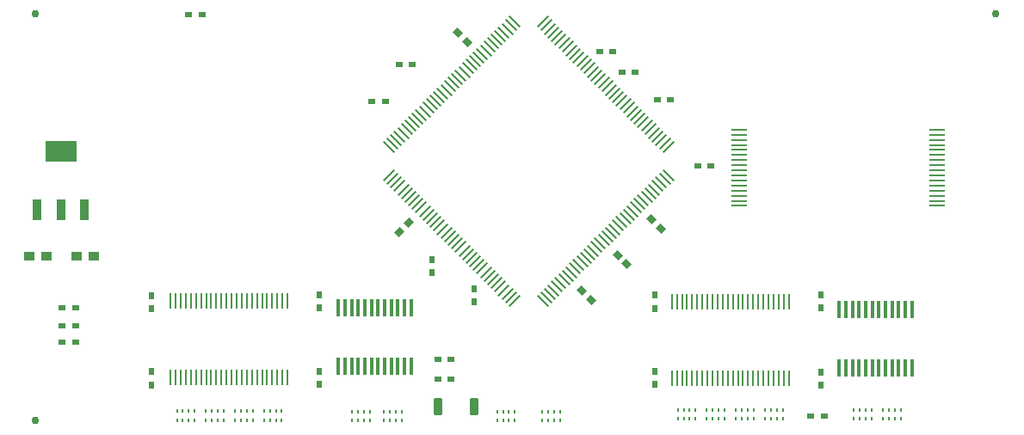
<source format=gbr>
G04 DipTrace 4.0.0.4*
G04 TopPaste.gbr*
%MOIN*%
G04 #@! TF.FileFunction,Paste,Top*
G04 #@! TF.Part,Single*
%AMOUTLINE2*
4,1,4,
0.019487,-0.002784,
0.002784,-0.019487,
-0.019487,0.002784,
-0.002784,0.019487,
0.019487,-0.002784,
0*%
%AMOUTLINE5*
4,1,4,
0.002784,0.019487,
0.019487,0.002784,
-0.002784,-0.019487,
-0.019487,-0.002784,
0.002784,0.019487,
0*%
%AMOUTLINE8*
4,1,4,
-0.019487,0.002784,
-0.002784,0.019487,
0.019487,-0.002784,
0.002784,-0.019487,
-0.019487,0.002784,
0*%
%AMOUTLINE11*
4,1,28,
-0.010107,0.032283,
0.010107,0.032283,
0.01227,0.031999,
0.014165,0.031214,
0.015792,0.029965,
0.017041,0.028338,
0.017826,0.026443,
0.01811,0.02428,
0.01811,-0.02428,
0.017826,-0.026443,
0.017041,-0.028338,
0.015792,-0.029965,
0.014165,-0.031214,
0.01227,-0.031999,
0.010107,-0.032283,
-0.010107,-0.032283,
-0.01227,-0.031999,
-0.014165,-0.031214,
-0.015792,-0.029965,
-0.017041,-0.028338,
-0.017826,-0.026443,
-0.01811,-0.02428,
-0.01811,0.02428,
-0.017826,0.026443,
-0.017041,0.028338,
-0.015792,0.029965,
-0.014165,0.031214,
-0.01227,0.031999,
-0.010107,0.032283,
0*%
%AMOUTLINE14*
4,1,28,
0.010107,-0.032283,
-0.010107,-0.032283,
-0.01227,-0.031999,
-0.014165,-0.031214,
-0.015792,-0.029965,
-0.017041,-0.028338,
-0.017826,-0.026443,
-0.01811,-0.02428,
-0.01811,0.02428,
-0.017826,0.026443,
-0.017041,0.028338,
-0.015792,0.029965,
-0.014165,0.031214,
-0.01227,0.031999,
-0.010107,0.032283,
0.010107,0.032283,
0.01227,0.031999,
0.014165,0.031214,
0.015792,0.029965,
0.017041,0.028338,
0.017826,0.026443,
0.01811,0.02428,
0.01811,-0.02428,
0.017826,-0.026443,
0.017041,-0.028338,
0.015792,-0.029965,
0.014165,-0.031214,
0.01227,-0.031999,
0.010107,-0.032283,
0*%
%AMOUTLINE17*
4,1,4,
0.018095,0.023663,
0.023663,0.018095,
-0.018095,-0.023663,
-0.023663,-0.018095,
0.018095,0.023663,
0*%
%AMOUTLINE20*
4,1,4,
0.023663,-0.018095,
0.018095,-0.023663,
-0.023663,0.018095,
-0.018095,0.023663,
0.023663,-0.018095,
0*%
%ADD24C,0.029606*%
%ADD44R,0.011811X0.066929*%
%ADD46R,0.007874X0.059055*%
%ADD48R,0.059055X0.007874*%
%ADD54R,0.124016X0.080709*%
%ADD56R,0.033465X0.080709*%
%ADD58R,0.008063X0.016063*%
%ADD70R,0.031496X0.023622*%
%ADD72R,0.023622X0.031496*%
%ADD74R,0.03937X0.035433*%
%ADD82OUTLINE2*%
%ADD85OUTLINE5*%
%ADD88OUTLINE8*%
%ADD91OUTLINE11*%
%ADD94OUTLINE14*%
%ADD97OUTLINE17*%
%ADD100OUTLINE20*%
%FSLAX26Y26*%
G04*
G70*
G90*
G75*
G01*
G04 TopPaste*
%LPD*%
D74*
X727165Y1574950D3*
X660236D3*
X545916D3*
X478987D3*
D72*
X949951Y1077088D3*
Y1128269D3*
Y1422812D3*
Y1371631D3*
X1599951Y1077882D3*
Y1129063D3*
Y1425541D3*
Y1374360D3*
X2899950Y1077992D3*
Y1129173D3*
Y1372978D3*
Y1424159D3*
X3543699Y1074360D3*
Y1125541D3*
Y1374360D3*
Y1425541D3*
D70*
X1096318Y2512806D3*
X1147499D3*
X2113042Y1099951D3*
X2061861D3*
X3556791Y956201D3*
X3505610D3*
X605610Y1306202D3*
X656791D3*
X3119291Y1924951D3*
X3068110D3*
X1856791Y2174950D3*
X1805610D3*
X1963042Y2318701D3*
X1911861D3*
D82*
X2174296Y2406855D3*
X2138106Y2443045D3*
D85*
X1949296Y1705547D3*
X1913106Y1669356D3*
D72*
X2037451Y1563042D3*
Y1511861D3*
X2199950Y1450541D3*
Y1399360D3*
D70*
X2686860Y2368701D3*
X2738041D3*
X2774361Y2287451D3*
X2825542D3*
X2911861Y2181201D3*
X2963042D3*
D88*
X2619356Y1443045D3*
X2655547Y1406855D3*
X2756856Y1580545D3*
X2793047Y1544355D3*
X2888106Y1718045D3*
X2924296Y1681855D3*
D91*
X2062106Y993701D3*
D94*
X2200295D3*
D24*
X499951Y2515576D3*
X4221825D3*
X499950Y937451D3*
D70*
X656791Y1374951D3*
X605610D3*
Y1243701D3*
X656791D3*
X2113042Y1174951D3*
X2061861D3*
D58*
X1049972Y939307D3*
Y974307D3*
X1072972Y939307D3*
Y974307D3*
X1095972Y939307D3*
Y974307D3*
X1118972Y939307D3*
Y974307D3*
X1162472Y939307D3*
Y974307D3*
X1185472Y939307D3*
Y974307D3*
X1208472Y939307D3*
Y974307D3*
X1231472Y939307D3*
Y974307D3*
X1274971Y939307D3*
Y974307D3*
X1297971Y939307D3*
Y974307D3*
X1320971Y939307D3*
Y974307D3*
X1343971Y939307D3*
Y974307D3*
X1387472Y939307D3*
Y974307D3*
X1410472Y939307D3*
Y974307D3*
X1433472Y939307D3*
Y974307D3*
X1456472Y939307D3*
Y974307D3*
X1727951Y938701D3*
Y973701D3*
X1750951Y938701D3*
Y973701D3*
X1773951Y938701D3*
Y973701D3*
X1796951Y938701D3*
Y973701D3*
X1852951Y938701D3*
Y973701D3*
X1875951Y938701D3*
Y973701D3*
X1898951Y938701D3*
Y973701D3*
X1921951Y938701D3*
Y973701D3*
X2990451Y944951D3*
Y979951D3*
X3013451Y944951D3*
Y979951D3*
X3036451Y944951D3*
Y979951D3*
X3059451Y944951D3*
Y979951D3*
X3102950Y944951D3*
Y979951D3*
X3125950Y944951D3*
Y979951D3*
X3148950Y944951D3*
Y979951D3*
X3171950Y944951D3*
Y979951D3*
X3215450Y944950D3*
Y979950D3*
X3238450Y944950D3*
Y979950D3*
X3261450Y944950D3*
Y979950D3*
X3284450Y944950D3*
Y979950D3*
X3327951Y944951D3*
Y979951D3*
X3350951Y944951D3*
Y979951D3*
X3373951Y944951D3*
Y979951D3*
X3396951Y944951D3*
Y979951D3*
X3671702Y944950D3*
Y979950D3*
X3694702Y944950D3*
Y979950D3*
X3717702Y944950D3*
Y979950D3*
X3740702Y944950D3*
Y979950D3*
X3784201Y944950D3*
Y979950D3*
X3807201Y944950D3*
Y979950D3*
X3830201Y944950D3*
Y979950D3*
X3853201Y944950D3*
Y979950D3*
X2359450Y973701D3*
Y938701D3*
X2336450Y973701D3*
Y938701D3*
X2313450Y973701D3*
Y938701D3*
X2290450Y973701D3*
Y938701D3*
X2534451Y973699D3*
Y938699D3*
X2511451Y973699D3*
Y938699D3*
X2488451Y973699D3*
Y938699D3*
X2465451Y973699D3*
Y938699D3*
D97*
X2953917Y1997987D3*
X2939998Y2011906D3*
X2926078Y2025825D3*
X2912159Y2039745D3*
X2898239Y2053664D3*
X2884320Y2067584D3*
X2870401Y2081503D3*
X2856481Y2095423D3*
X2842562Y2109342D3*
X2828642Y2123261D3*
X2814723Y2137181D3*
X2800803Y2151100D3*
X2786884Y2165020D3*
X2772965Y2178939D3*
X2759045Y2192858D3*
X2745126Y2206778D3*
X2731206Y2220697D3*
X2717287Y2234617D3*
X2703367Y2248536D3*
X2689448Y2262456D3*
X2675529Y2276375D3*
X2661609Y2290294D3*
X2647690Y2304214D3*
X2633770Y2318133D3*
X2619851Y2332053D3*
X2605931Y2345972D3*
X2592012Y2359892D3*
X2578093Y2373811D3*
X2564173Y2387730D3*
X2550254Y2401650D3*
X2536334Y2415569D3*
X2522415Y2429489D3*
X2508495Y2443408D3*
X2494576Y2457328D3*
X2480657Y2471247D3*
X2466737Y2485166D3*
D100*
X2358166D3*
X2344246Y2471247D3*
X2330327Y2457328D3*
X2316407Y2443408D3*
X2302488Y2429489D3*
X2288569Y2415569D3*
X2274649Y2401650D3*
X2260730Y2387730D3*
X2246810Y2373811D3*
X2232891Y2359892D3*
X2218971Y2345972D3*
X2205052Y2332053D3*
X2191133Y2318133D3*
X2177213Y2304214D3*
X2163294Y2290294D3*
X2149374Y2276375D3*
X2135455Y2262456D3*
X2121535Y2248536D3*
X2107616Y2234617D3*
X2093697Y2220697D3*
X2079777Y2206778D3*
X2065858Y2192858D3*
X2051938Y2178939D3*
X2038019Y2165020D3*
X2024099Y2151100D3*
X2010180Y2137181D3*
X1996261Y2123261D3*
X1982341Y2109342D3*
X1968422Y2095423D3*
X1954502Y2081503D3*
X1940583Y2067584D3*
X1926664Y2053664D3*
X1912744Y2039745D3*
X1898825Y2025825D3*
X1884905Y2011906D3*
X1870986Y1997987D3*
D97*
Y1889415D3*
X1884905Y1875496D3*
X1898825Y1861576D3*
X1912744Y1847657D3*
X1926664Y1833737D3*
X1940583Y1819818D3*
X1954502Y1805898D3*
X1968422Y1791979D3*
X1982341Y1778060D3*
X1996261Y1764140D3*
X2010180Y1750221D3*
X2024099Y1736301D3*
X2038019Y1722382D3*
X2051938Y1708463D3*
X2065858Y1694543D3*
X2079777Y1680624D3*
X2093697Y1666704D3*
X2107616Y1652785D3*
X2121535Y1638865D3*
X2135455Y1624946D3*
X2149374Y1611027D3*
X2163294Y1597107D3*
X2177213Y1583188D3*
X2191133Y1569268D3*
X2205052Y1555349D3*
X2218971Y1541429D3*
X2232891Y1527510D3*
X2246810Y1513591D3*
X2260730Y1499671D3*
X2274649Y1485752D3*
X2288569Y1471832D3*
X2302488Y1457913D3*
X2316407Y1443993D3*
X2330327Y1430074D3*
X2344246Y1416155D3*
X2358166Y1402235D3*
D100*
X2466737D3*
X2480657Y1416155D3*
X2494576Y1430074D3*
X2508495Y1443993D3*
X2522415Y1457913D3*
X2536334Y1471832D3*
X2550254Y1485752D3*
X2564173Y1499671D3*
X2578093Y1513591D3*
X2592012Y1527510D3*
X2605931Y1541429D3*
X2619851Y1555349D3*
X2633770Y1569268D3*
X2647690Y1583188D3*
X2661609Y1597107D3*
X2675529Y1611027D3*
X2689448Y1624946D3*
X2703367Y1638865D3*
X2717287Y1652785D3*
X2731206Y1666704D3*
X2745126Y1680624D3*
X2759045Y1694543D3*
X2772965Y1708463D3*
X2786884Y1722382D3*
X2800803Y1736301D3*
X2814723Y1750221D3*
X2828642Y1764140D3*
X2842562Y1778060D3*
X2856481Y1791979D3*
X2870401Y1805898D3*
X2884320Y1819818D3*
X2898239Y1833737D3*
X2912159Y1847657D3*
X2926078Y1861576D3*
X2939998Y1875496D3*
X2953917Y1889415D3*
D56*
X509400Y1754528D3*
X599951D3*
X690503D3*
D54*
X599951Y1982874D3*
D48*
X3229136Y2066211D3*
Y2046526D3*
Y2026841D3*
Y2007156D3*
Y1987471D3*
Y1967786D3*
Y1948101D3*
Y1928416D3*
Y1908731D3*
Y1889046D3*
Y1869361D3*
Y1849676D3*
Y1829991D3*
Y1810306D3*
Y1790621D3*
Y1770936D3*
X3994885D3*
Y1790621D3*
Y1810306D3*
Y1829991D3*
Y1849676D3*
Y1869361D3*
Y1889046D3*
Y1908731D3*
Y1928416D3*
Y1948101D3*
Y1967786D3*
Y1987471D3*
Y2007156D3*
Y2026841D3*
Y2046526D3*
Y2066211D3*
D46*
X1025556Y1106778D3*
X1045241D3*
X1064927D3*
X1084612D3*
X1104297D3*
X1123982D3*
X1143667D3*
X1163352D3*
X1183037D3*
X1202722D3*
X1222407D3*
X1242092D3*
X1261777D3*
X1281462D3*
X1301147D3*
X1320832D3*
X1340517D3*
X1360202D3*
X1379887D3*
X1399572D3*
X1419257D3*
X1438942D3*
X1458627D3*
X1478312D3*
Y1402054D3*
X1458627D3*
X1438942D3*
X1419257D3*
X1399572D3*
X1379887D3*
X1360202D3*
X1340517D3*
X1320832D3*
X1301147D3*
X1281462D3*
X1261777D3*
X1242092D3*
X1222407D3*
X1202722D3*
X1183037D3*
X1163352D3*
X1143667D3*
X1123982D3*
X1104297D3*
X1084612D3*
X1064927D3*
X1045241D3*
X1025556D3*
X2967323Y1102314D3*
X2987008D3*
X3006693D3*
X3026378D3*
X3046063D3*
X3065748D3*
X3085433D3*
X3105118D3*
X3124803D3*
X3144488D3*
X3164173D3*
X3183858D3*
X3203543D3*
X3223228D3*
X3242913D3*
X3262598D3*
X3282283D3*
X3301969D3*
X3321654D3*
X3341339D3*
X3361024D3*
X3380709D3*
X3400394D3*
X3420079D3*
Y1397589D3*
X3400394D3*
X3380709D3*
X3361024D3*
X3341339D3*
X3321654D3*
X3301969D3*
X3282283D3*
X3262598D3*
X3242913D3*
X3223228D3*
X3203543D3*
X3183858D3*
X3164173D3*
X3144488D3*
X3124803D3*
X3105118D3*
X3085433D3*
X3065748D3*
X3046063D3*
X3026378D3*
X3006693D3*
X2987008D3*
X2967323D3*
D44*
X1676050Y1147432D3*
X1701640D3*
X1727231D3*
X1752822D3*
X1778412D3*
X1804003D3*
X1829593D3*
X1855184D3*
X1880774D3*
X1906365D3*
X1931955D3*
X1957546D3*
Y1375786D3*
X1931955Y1375778D3*
X1906365D3*
X1880774D3*
X1855184D3*
X1829593D3*
X1804003D3*
X1778412D3*
X1752822D3*
X1727231D3*
X1701640D3*
X1676050D3*
X3615453Y1142024D3*
X3641043D3*
X3666634D3*
X3692224D3*
X3717815D3*
X3743406D3*
X3768996D3*
X3794587D3*
X3820177D3*
X3845768D3*
X3871358D3*
X3896949D3*
Y1370378D3*
X3871358Y1370370D3*
X3845768D3*
X3820177D3*
X3794587D3*
X3768996D3*
X3743406D3*
X3717815D3*
X3692224D3*
X3666634D3*
X3641043D3*
X3615453D3*
M02*

</source>
